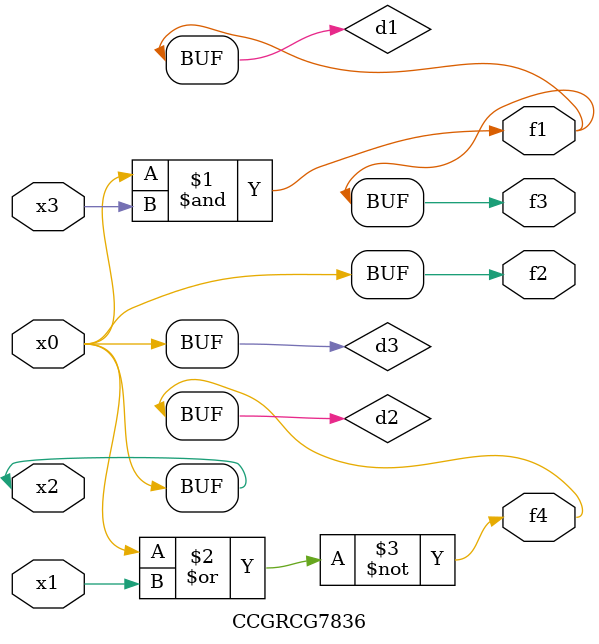
<source format=v>
module CCGRCG7836(
	input x0, x1, x2, x3,
	output f1, f2, f3, f4
);

	wire d1, d2, d3;

	and (d1, x2, x3);
	nor (d2, x0, x1);
	buf (d3, x0, x2);
	assign f1 = d1;
	assign f2 = d3;
	assign f3 = d1;
	assign f4 = d2;
endmodule

</source>
